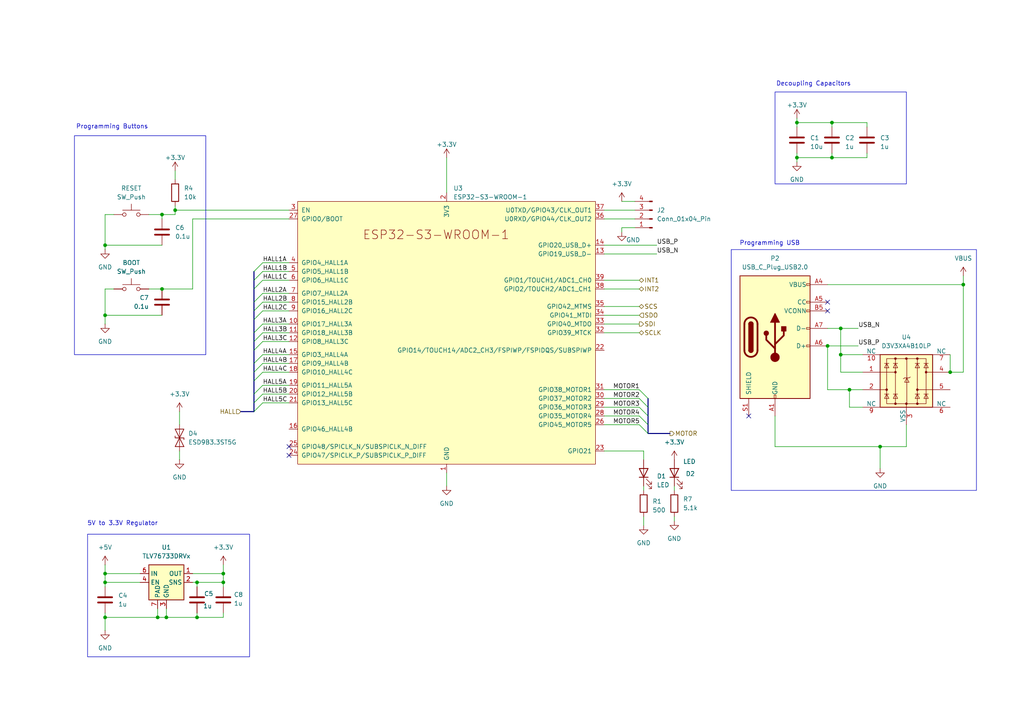
<source format=kicad_sch>
(kicad_sch (version 20231120) (generator "eeschema") (generator_version "8.0")
  (paper "A4")
  (lib_symbols
    (symbol "+3.3V_1" (power) (pin_numbers hide) (pin_names (offset 0) hide)
      (property "Value" "+3.3V" (at 0 3.556 0))
      (symbol "+3.3V_1_0_1"
        (polyline (pts (xy -0.762 1.27) (xy 0 2.54)))
        (polyline (pts (xy 0 0) (xy 0 2.54)))
        (polyline (pts (xy 0 2.54) (xy 0.762 1.27)))
      )
      (symbol "+3.3V_1_1_1"
        (pin power_in line (at 0 0 90) (length 0) (name "~") (number "1"))
      )
    )
    (symbol "Connector:Conn_01x04_Pin" (pin_names (offset 1.016) hide)
      (property "Reference" "J" (at 0 5.08 0))
      (property "Value" "Conn_01x04_Pin" (at 0 -7.62 0))
      (symbol "Conn_01x04_Pin_1_1"
        (polyline (pts (xy 1.27 -5.08) (xy 0.8636 -5.08)) (stroke (width 0.1524)))
        (polyline (pts (xy 1.27 -2.54) (xy 0.8636 -2.54)) (stroke (width 0.1524)))
        (polyline (pts (xy 1.27 0) (xy 0.8636 0)) (stroke (width 0.1524)))
        (polyline (pts (xy 1.27 2.54) (xy 0.8636 2.54)) (stroke (width 0.1524)))
        (rectangle (start 0.8636 -4.953) (end 0 -5.207) (stroke (width 0.1524)) (fill (type outline)))
        (rectangle (start 0.8636 -2.413) (end 0 -2.667) (stroke (width 0.1524)) (fill (type outline)))
        (rectangle (start 0.8636 0.127) (end 0 -0.127) (stroke (width 0.1524)) (fill (type outline)))
        (rectangle (start 0.8636 2.667) (end 0 2.413) (stroke (width 0.1524)) (fill (type outline)))
        (pin passive line (at 5.08 2.54 180) (length 3.81) (name "Pin_1") (number "1"))
        (pin passive line (at 5.08 0 180) (length 3.81) (name "Pin_2") (number "2"))
        (pin passive line (at 5.08 -2.54 180) (length 3.81) (name "Pin_3") (number "3"))
        (pin passive line (at 5.08 -5.08 180) (length 3.81) (name "Pin_4") (number "4"))
      )
    )
    (symbol "Connector:USB_C_Plug_USB2.0" (pin_names (offset 1.016))
      (property "Reference" "P" (at -10.16 19.05 0))
      (property "Value" "USB_C_Plug_USB2.0" (at 12.7 19.05 0))
      (symbol "USB_C_Plug_USB2.0_0_0"
        (rectangle (start -0.254 -17.78) (end 0.254 -16.764))
        (rectangle (start 10.16 -2.286) (end 9.144 -2.794))
        (rectangle (start 10.16 2.794) (end 9.144 2.286))
        (rectangle (start 10.16 7.874) (end 9.144 7.366))
        (rectangle (start 10.16 10.414) (end 9.144 9.906))
        (rectangle (start 10.16 15.494) (end 9.144 14.986))
      )
      (symbol "USB_C_Plug_USB2.0_0_1"
        (rectangle (start -10.16 17.78) (end 10.16 -17.78) (stroke (width 0.254)) (fill (type background)))
        (arc (start -8.89 -3.81) (mid -6.985 -5.7067) (end -5.08 -3.81) (stroke (width 0.508)))
        (arc (start -7.62 -3.81) (mid -6.985 -4.4423) (end -6.35 -3.81) (stroke (width 0.254)))
        (arc (start -7.62 -3.81) (mid -6.985 -4.4423) (end -6.35 -3.81) (stroke (width 0.254)) (fill (type outline)))
        (rectangle (start -7.62 -3.81) (end -6.35 3.81) (stroke (width 0.254)) (fill (type outline)))
        (arc (start -6.35 3.81) (mid -6.985 4.4423) (end -7.62 3.81) (stroke (width 0.254)))
        (arc (start -6.35 3.81) (mid -6.985 4.4423) (end -7.62 3.81) (stroke (width 0.254)) (fill (type outline)))
        (arc (start -5.08 3.81) (mid -6.985 5.7067) (end -8.89 3.81) (stroke (width 0.508)))
        (circle (center -2.54 1.143) (radius 0.635) (stroke (width 0.254)) (fill (type outline)))
        (circle (center 0 -5.842) (radius 1.27) (fill (type outline)))
        (polyline (pts (xy -8.89 -3.81) (xy -8.89 3.81)) (stroke (width 0.508)))
        (polyline (pts (xy -5.08 3.81) (xy -5.08 -3.81)) (stroke (width 0.508)))
        (polyline (pts (xy 0 -5.842) (xy 0 4.318)) (stroke (width 0.508)))
        (polyline (pts (xy 0 -3.302) (xy -2.54 -0.762) (xy -2.54 0.508)) (stroke (width 0.508)))
        (polyline (pts (xy 0 -2.032) (xy 2.54 0.508) (xy 2.54 1.778)) (stroke (width 0.508)))
        (polyline (pts (xy -1.27 4.318) (xy 0 6.858) (xy 1.27 4.318) (xy -1.27 4.318)) (stroke (width 0.254)) (fill (type outline)))
        (rectangle (start 1.905 1.778) (end 3.175 3.048) (stroke (width 0.254)) (fill (type outline)))
      )
      (symbol "USB_C_Plug_USB2.0_1_1"
        (pin passive line (at 0 -22.86 90) (length 5.08) (name "GND") (number "A1"))
        (pin passive line (at 0 -22.86 90) (length 5.08) hide (name "GND") (number "A12"))
        (pin passive line (at 15.24 15.24 180) (length 5.08) (name "VBUS") (number "A4"))
        (pin bidirectional line (at 15.24 10.16 180) (length 5.08) (name "CC") (number "A5"))
        (pin bidirectional line (at 15.24 -2.54 180) (length 5.08) (name "D+") (number "A6"))
        (pin bidirectional line (at 15.24 2.54 180) (length 5.08) (name "D-") (number "A7"))
        (pin passive line (at 15.24 15.24 180) (length 5.08) hide (name "VBUS") (number "A9"))
        (pin passive line (at 0 -22.86 90) (length 5.08) hide (name "GND") (number "B1"))
        (pin passive line (at 0 -22.86 90) (length 5.08) hide (name "GND") (number "B12"))
        (pin passive line (at 15.24 15.24 180) (length 5.08) hide (name "VBUS") (number "B4"))
        (pin bidirectional line (at 15.24 7.62 180) (length 5.08) (name "VCONN") (number "B5"))
        (pin passive line (at 15.24 15.24 180) (length 5.08) hide (name "VBUS") (number "B9"))
        (pin passive line (at -7.62 -22.86 90) (length 5.08) (name "SHIELD") (number "S1"))
      )
    )
    (symbol "Device:C" (pin_numbers hide) (pin_names (offset 0.254))
      (property "Reference" "C" (at 0.635 2.54 0))
      (property "Value" "C" (at 0.635 -2.54 0))
      (symbol "C_0_1"
        (polyline (pts (xy -2.032 -0.762) (xy 2.032 -0.762)) (stroke (width 0.508)))
        (polyline (pts (xy -2.032 0.762) (xy 2.032 0.762)) (stroke (width 0.508)))
      )
      (symbol "C_1_1"
        (pin passive line (at 0 3.81 270) (length 2.794) (name "~") (number "1"))
        (pin passive line (at 0 -3.81 90) (length 2.794) (name "~") (number "2"))
      )
    )
    (symbol "Device:LED" (pin_numbers hide) (pin_names (offset 1.016) hide)
      (property "Reference" "D" (at 0 2.54 0))
      (property "Value" "LED" (at 0 -2.54 0))
      (symbol "LED_0_1"
        (polyline (pts (xy -1.27 -1.27) (xy -1.27 1.27)) (stroke (width 0.254)))
        (polyline (pts (xy -1.27 0) (xy 1.27 0)))
        (polyline (pts (xy 1.27 -1.27) (xy 1.27 1.27) (xy -1.27 0) (xy 1.27 -1.27)) (stroke (width 0.254)))
        (polyline (pts (xy -3.048 -0.762) (xy -4.572 -2.286) (xy -3.81 -2.286) (xy -4.572 -2.286) (xy -4.572 -1.524)))
        (polyline (pts (xy -1.778 -0.762) (xy -3.302 -2.286) (xy -2.54 -2.286) (xy -3.302 -2.286) (xy -3.302 -1.524)))
      )
      (symbol "LED_1_1"
        (pin passive line (at -3.81 0 0) (length 2.54) (name "K") (number "1"))
        (pin passive line (at 3.81 0 180) (length 2.54) (name "A") (number "2"))
      )
    )
    (symbol "Device:R" (pin_numbers hide) (pin_names (offset 0))
      (property "Reference" "R" (at 2.032 0 90))
      (property "Value" "R" (at 0 0 90))
      (symbol "R_0_1"
        (rectangle (start -1.016 -2.54) (end 1.016 2.54) (stroke (width 0.254)))
      )
      (symbol "R_1_1"
        (pin passive line (at 0 3.81 270) (length 1.27) (name "~") (number "1"))
        (pin passive line (at 0 -3.81 90) (length 1.27) (name "~") (number "2"))
      )
    )
    (symbol "Diode:ESD9B3.3ST5G" (pin_numbers hide) (pin_names (offset 1.016) hide)
      (property "Reference" "D" (at 0 2.54 0))
      (property "Value" "ESD9B3.3ST5G" (at 0 -2.54 0))
      (symbol "ESD9B3.3ST5G_0_1"
        (polyline (pts (xy 1.27 0) (xy -1.27 0)))
        (polyline (pts (xy -2.54 -1.27) (xy 0 0) (xy -2.54 1.27) (xy -2.54 -1.27)) (stroke (width 0.2032)))
        (polyline (pts (xy 0.508 1.27) (xy 0 1.27) (xy 0 -1.27) (xy -0.508 -1.27)) (stroke (width 0.2032)))
        (polyline (pts (xy 2.54 1.27) (xy 2.54 -1.27) (xy 0 0) (xy 2.54 1.27)) (stroke (width 0.2032)))
      )
      (symbol "ESD9B3.3ST5G_1_1"
        (pin passive line (at -3.81 0 0) (length 2.54) (name "A1") (number "1"))
        (pin passive line (at 3.81 0 180) (length 2.54) (name "A2") (number "2"))
      )
    )
    (symbol "Espressif:ESP32-S3-WROOM-1" (pin_names (offset 1.016))
      (property "Reference" "U3" (at 1.9559 41.91 0))
      (property "Value" "ESP32-S3-WROOM-1" (at 1.9559 39.37 0))
      (symbol "ESP32-S3-WROOM-1_0_0"
        (text "ESP32-S3-WROOM-1" (at -3.048 28.448 0) (effects (font (size 2.54 2.54))))
        (pin power_in line (at 0 -40.64 90) (length 2.54) (name "GND") (number "1"))
        (pin power_in line (at 0 40.64 270) (length 2.54) (name "3V3") (number "2"))
        (pin bidirectional line (at 45.72 -5.08 180) (length 2.54) (name "GPIO14/TOUCH14/ADC2_CH3/FSPIWP/FSPIDQS/SUBSPIWP") (number "22"))
        (pin bidirectional line (at 45.72 -34.29 180) (length 2.54) (name "GPIO21") (number "23"))
        (pin bidirectional line (at -45.72 -35.56 0) (length 2.54) (name "GPIO47/SPICLK_P/SUBSPICLK_P_DIFF") (number "24"))
        (pin bidirectional line (at -45.72 -33.02 0) (length 2.54) (name "GPIO48/SPICLK_N/SUBSPICLK_N_DIFF") (number "25"))
        (pin bidirectional line (at -45.72 33.02 0) (length 2.54) (name "GPIO0/BOOT") (number "27"))
        (pin input line (at -45.72 35.56 0) (length 2.54) (name "EN") (number "3"))
        (pin bidirectional line (at 45.72 33.02 180) (length 2.54) (name "U0RXD/GPIO44/CLK_OUT2") (number "36"))
        (pin bidirectional line (at 45.72 35.56 180) (length 2.54) (name "U0TXD/GPIO43/CLK_OUT1") (number "37"))
        (pin bidirectional line (at 45.72 12.7 180) (length 2.54) (name "GPIO2/TOUCH2/ADC1_CH1") (number "38"))
        (pin bidirectional line (at 45.72 15.24 180) (length 2.54) (name "GPIO1/TOUCH1/ADC1_CH0") (number "39"))
        (pin passive line (at 0 -40.64 90) (length 2.54) hide (name "GND") (number "40"))
        (pin passive line (at 0 -40.64 90) (length 2.54) hide (name "GND") (number "41"))
      )
      (symbol "ESP32-S3-WROOM-1_0_1"
        (rectangle (start -43.18 38.1) (end 43.18 -38.1) (fill (type background)))
      )
      (symbol "ESP32-S3-WROOM-1_1_0"
        (pin bidirectional line (at -45.72 2.54 0) (length 2.54) (name "GPIO17_HALL3A") (number "10"))
        (pin bidirectional line (at -45.72 0 0) (length 2.54) (name "GPIO18_HALL3B") (number "11"))
        (pin bidirectional line (at -45.72 -2.54 0) (length 2.54) (name "GPIO8_HALL3C") (number "12"))
        (pin bidirectional line (at 45.72 22.86 180) (length 2.54) (name "GPIO19_USB_D-") (number "13"))
        (pin bidirectional line (at 45.72 25.4 180) (length 2.54) (name "GPIO20_USB_D+") (number "14"))
        (pin bidirectional line (at -45.72 -6.35 0) (length 2.54) (name "GPIO3_HALL4A") (number "15"))
        (pin bidirectional line (at -45.72 -27.94 0) (length 2.54) (name "GPIO46_HALL4B") (number "16"))
        (pin bidirectional line (at -45.72 -8.89 0) (length 2.54) (name "GPIO9_HALL4B") (number "17"))
        (pin bidirectional line (at -45.72 -11.43 0) (length 2.54) (name "GPIO10_HALL4C") (number "18"))
        (pin bidirectional line (at -45.72 -15.24 0) (length 2.54) (name "GPIO11_HALL5A") (number "19"))
        (pin bidirectional line (at -45.72 -17.78 0) (length 2.54) (name "GPIO12_HALL5B") (number "20"))
        (pin bidirectional line (at -45.72 -20.32 0) (length 2.54) (name "GPIO13_HALL5C") (number "21"))
        (pin bidirectional line (at 45.72 -26.67 180) (length 2.54) (name "GPIO45_MOTOR5") (number "26"))
        (pin bidirectional line (at 45.72 -24.13 180) (length 2.54) (name "GPIO35_MOTOR4") (number "28"))
        (pin bidirectional line (at 45.72 -21.59 180) (length 2.54) (name "GPIO36_MOTOR3") (number "29"))
        (pin bidirectional line (at 45.72 -19.05 180) (length 2.54) (name "GPIO37_MOTOR2") (number "30"))
        (pin bidirectional line (at 45.72 -16.51 180) (length 2.54) (name "GPIO38_MOTOR1") (number "31"))
        (pin bidirectional line (at 45.72 0 180) (length 2.54) (name "GPIO39_MTCK") (number "32"))
        (pin bidirectional line (at 45.72 2.54 180) (length 2.54) (name "GPIO40_MTDO") (number "33"))
        (pin bidirectional line (at 45.72 5.08 180) (length 2.54) (name "GPIO41_MTDI") (number "34"))
        (pin bidirectional line (at 45.72 7.62 180) (length 2.54) (name "GPIO42_MTMS") (number "35"))
        (pin bidirectional line (at -45.72 20.32 0) (length 2.54) (name "GPIO4_HALL1A") (number "4"))
        (pin bidirectional line (at -45.72 17.78 0) (length 2.54) (name "GPIO5_HALL1B") (number "5"))
        (pin bidirectional line (at -45.72 15.24 0) (length 2.54) (name "GPIO6_HALL1C") (number "6"))
        (pin bidirectional line (at -45.72 11.43 0) (length 2.54) (name "GPIO7_HALL2A") (number "7"))
        (pin bidirectional line (at -45.72 8.89 0) (length 2.54) (name "GPIO15_HALL2B") (number "8"))
        (pin bidirectional line (at -45.72 6.35 0) (length 2.54) (name "GPIO16_HALL2C") (number "9"))
      )
    )
    (symbol "GND_1" (power) (pin_numbers hide) (pin_names (offset 0) hide)
      (property "Value" "GND" (at 0 -3.81 0))
      (symbol "GND_1_0_1"
        (polyline (pts (xy 0 0) (xy 0 -1.27) (xy 1.27 -1.27) (xy 0 -2.54) (xy -1.27 -1.27) (xy 0 -1.27)))
      )
      (symbol "GND_1_1_1"
        (pin power_in line (at 0 0 270) (length 0) (name "~") (number "1"))
      )
    )
    (symbol "Power_Protection:D3V3XA4B10LP" (pin_names (offset 0))
      (property "Reference" "U" (at -0.635 8.89 0))
      (property "Value" "D3V3XA4B10LP" (at 8.89 -10.16 0))
      (symbol "D3V3XA4B10LP_0_0"
        (rectangle (start -5.715 6.477) (end 5.715 -6.604))
        (polyline (pts (xy -3.175 -6.604) (xy -3.175 6.477)))
        (polyline (pts (xy 0.127 6.477) (xy 0.127 -6.604)))
        (polyline (pts (xy 3.175 6.477) (xy 3.175 -6.604)))
      )
      (symbol "D3V3XA4B10LP_0_1"
        (rectangle (start -7.62 7.62) (end 7.62 -7.62) (stroke (width 0.254)) (fill (type background)))
        (circle (center -5.715 -2.54) (radius 0.2794) (fill (type outline)))
        (circle (center -3.175 -6.604) (radius 0.2794) (fill (type outline)))
        (circle (center -3.175 2.54) (radius 0.2794) (fill (type outline)))
        (circle (center -3.175 6.477) (radius 0.2794) (fill (type outline)))
        (circle (center 0 -6.604) (radius 0.2794) (fill (type outline)))
        (polyline (pts (xy -7.747 2.54) (xy -3.175 2.54)))
        (polyline (pts (xy -7.62 -2.54) (xy -5.715 -2.54)))
        (polyline (pts (xy -5.08 -3.81) (xy -6.35 -3.81)))
        (polyline (pts (xy -5.08 5.08) (xy -6.35 5.08)))
        (polyline (pts (xy -2.54 -3.81) (xy -3.81 -3.81)))
        (polyline (pts (xy -2.54 5.08) (xy -3.81 5.08)))
        (polyline (pts (xy -0.508 0.889) (xy -0.889 0.635)))
        (polyline (pts (xy 0 -6.604) (xy 0 -7.62)))
        (polyline (pts (xy 0.762 0.889) (xy -0.508 0.889)))
        (polyline (pts (xy 0.762 0.889) (xy 1.143 1.143)))
        (polyline (pts (xy 3.81 -3.81) (xy 2.54 -3.81)))
        (polyline (pts (xy 3.81 5.08) (xy 2.54 5.08)))
        (polyline (pts (xy 6.35 -3.81) (xy 5.08 -3.81)))
        (polyline (pts (xy 6.35 5.08) (xy 5.08 5.08)))
        (polyline (pts (xy 7.62 -2.54) (xy 3.175 -2.54)))
        (polyline (pts (xy 7.62 2.54) (xy 5.715 2.54)))
        (polyline (pts (xy -5.08 -5.08) (xy -6.35 -5.08) (xy -5.715 -3.81) (xy -5.08 -5.08)))
        (polyline (pts (xy -5.08 3.81) (xy -6.35 3.81) (xy -5.715 5.08) (xy -5.08 3.81)))
        (polyline (pts (xy -2.54 -5.08) (xy -3.81 -5.08) (xy -3.175 -3.81) (xy -2.54 -5.08)))
        (polyline (pts (xy -2.54 3.81) (xy -3.81 3.81) (xy -3.175 5.08) (xy -2.54 3.81)))
        (polyline (pts (xy 0.762 -0.381) (xy -0.508 -0.381) (xy 0.127 0.889) (xy 0.762 -0.381)))
        (polyline (pts (xy 3.81 -5.08) (xy 2.54 -5.08) (xy 3.175 -3.81) (xy 3.81 -5.08)))
        (polyline (pts (xy 3.81 3.81) (xy 2.54 3.81) (xy 3.175 5.08) (xy 3.81 3.81)))
        (polyline (pts (xy 6.35 -5.08) (xy 5.08 -5.08) (xy 5.715 -3.81) (xy 6.35 -5.08)))
        (polyline (pts (xy 6.35 3.81) (xy 5.08 3.81) (xy 5.715 5.08) (xy 6.35 3.81)))
        (circle (center 0 6.477) (radius 0.2794) (fill (type outline)))
        (circle (center 3.175 -6.604) (radius 0.2794) (fill (type outline)))
        (circle (center 3.175 -2.54) (radius 0.2794) (fill (type outline)))
        (circle (center 3.175 6.477) (radius 0.2794) (fill (type outline)))
        (circle (center 5.715 2.54) (radius 0.2794) (fill (type outline)))
      )
      (symbol "D3V3XA4B10LP_1_1"
        (pin passive line (at -12.7 2.54 0) (length 5.08) (name "~") (number "1"))
        (pin free line (at -12.7 7.62 0) (length 5.08) (name "NC") (number "10"))
        (pin passive line (at -12.7 -2.54 0) (length 5.08) (name "~") (number "2"))
        (pin power_in line (at 0 -12.7 90) (length 5.08) (name "VSS") (number "3"))
        (pin passive line (at 12.7 2.54 180) (length 5.08) (name "~") (number "4"))
        (pin passive line (at 12.7 -2.54 180) (length 5.08) (name "~") (number "5"))
        (pin free line (at 12.7 -7.62 180) (length 5.08) (name "NC") (number "6"))
        (pin free line (at 12.7 7.62 180) (length 5.08) (name "NC") (number "7"))
        (pin passive line (at 0 -12.7 90) (length 5.08) hide (name "VSS") (number "8"))
        (pin free line (at -12.7 -7.62 0) (length 5.08) (name "NC") (number "9"))
      )
    )
    (symbol "Regulator_Linear:TLV76733DRVx"
      (property "Reference" "U" (at 0 8.89 0))
      (property "Value" "TLV76733DRVx" (at 0 6.35 0))
      (symbol "TLV76733DRVx_0_1"
        (rectangle (start -5.08 -5.08) (end 5.08 5.08) (stroke (width 0.254)) (fill (type background)))
      )
      (symbol "TLV76733DRVx_1_1"
        (pin power_out line (at 7.62 2.54 180) (length 2.54) (name "OUT") (number "1"))
        (pin input line (at 7.62 0 180) (length 2.54) (name "SNS") (number "2"))
        (pin power_in line (at 0 -7.62 90) (length 2.54) (name "GND") (number "3"))
        (pin input line (at -7.62 0 0) (length 2.54) (name "EN") (number "4"))
        (pin passive line (at 0 -7.62 90) (length 2.54) hide (name "GND") (number "5"))
        (pin power_in line (at -7.62 2.54 0) (length 2.54) (name "IN") (number "6"))
        (pin passive line (at -2.54 -7.62 90) (length 2.54) (name "PAD") (number "7"))
      )
    )
    (symbol "Switch:SW_Push" (pin_numbers hide) (pin_names (offset 1.016) hide)
      (property "Reference" "SW" (at 1.27 2.54 0))
      (property "Value" "SW_Push" (at 0 -1.524 0))
      (symbol "SW_Push_0_1"
        (circle (center -2.032 0) (radius 0.508))
        (polyline (pts (xy 0 1.27) (xy 0 3.048)))
        (polyline (pts (xy 2.54 1.27) (xy -2.54 1.27)))
        (circle (center 2.032 0) (radius 0.508))
        (pin passive line (at -5.08 0 0) (length 2.54) (name "1") (number "1"))
        (pin passive line (at 5.08 0 180) (length 2.54) (name "2") (number "2"))
      )
    )
    (symbol "power:+3.3V" (power) (pin_names (offset 0))
      (property "Value" "+3.3V" (at 0 3.556 0))
      (symbol "+3.3V_0_1"
        (polyline (pts (xy -0.762 1.27) (xy 0 2.54)))
        (polyline (pts (xy 0 0) (xy 0 2.54)))
        (polyline (pts (xy 0 2.54) (xy 0.762 1.27)))
      )
      (symbol "+3.3V_1_1"
        (pin power_in line (at 0 0 90) (length 0) hide (name "+3.3V") (number "1"))
      )
    )
    (symbol "power:+5V" (power) (pin_numbers hide) (pin_names (offset 0) hide)
      (property "Value" "+5V" (at 0 3.556 0))
      (symbol "+5V_0_1"
        (polyline (pts (xy -0.762 1.27) (xy 0 2.54)))
        (polyline (pts (xy 0 0) (xy 0 2.54)))
        (polyline (pts (xy 0 2.54) (xy 0.762 1.27)))
      )
      (symbol "+5V_1_1"
        (pin power_in line (at 0 0 90) (length 0) (name "~") (number "1"))
      )
    )
    (symbol "power:GND" (power) (pin_names (offset 0))
      (property "Value" "GND" (at 0 -3.81 0))
      (symbol "GND_0_1"
        (polyline (pts (xy 0 0) (xy 0 -1.27) (xy 1.27 -1.27) (xy 0 -2.54) (xy -1.27 -1.27) (xy 0 -1.27)))
      )
      (symbol "GND_1_1"
        (pin power_in line (at 0 0 270) (length 0) hide (name "GND") (number "1"))
      )
    )
  )
  (junction (at 279.4 82.55))
  (junction (at 231.14 45.72))
  (junction (at 64.77 168.91))
  (junction (at 275.59 107.95))
  (junction (at 64.77 166.37))
  (junction (at 231.14 35.56))
  (junction (at 30.48 71.12))
  (junction (at 246.38 113.03))
  (junction (at 30.48 166.37))
  (junction (at 45.72 179.07))
  (junction (at 46.99 83.82))
  (junction (at 30.48 179.07))
  (junction (at 30.48 168.91))
  (junction (at 46.99 62.23))
  (junction (at 50.8 60.96))
  (junction (at 240.03 100.33))
  (junction (at 48.26 179.07))
  (junction (at 241.3 35.56))
  (junction (at 243.84 102.87))
  (junction (at 30.48 91.44))
  (junction (at 241.3 45.72))
  (junction (at 255.27 129.54))
  (junction (at 57.15 179.07))
  (junction (at 243.84 95.25))
  (junction (at 57.15 168.91))
  (no_connect (at 240.03 87.63))
  (no_connect (at 240.03 90.17))
  (no_connect (at 83.82 129.54))
  (no_connect (at 83.82 132.08))
  (no_connect (at 217.17 120.65))
  (bus_entry (at 76.2 116.84) (size -2.54 2.54))
  (bus_entry (at 185.42 113.03) (size 2.54 2.54))
  (bus_entry (at 76.2 78.74) (size -2.54 2.54))
  (bus_entry (at 76.2 93.98) (size -2.54 2.54))
  (bus_entry (at 185.42 115.57) (size 2.54 2.54))
  (bus_entry (at 76.2 102.87) (size -2.54 2.54))
  (bus_entry (at 76.2 85.09) (size -2.54 2.54))
  (bus_entry (at 76.2 99.06) (size -2.54 2.54))
  (bus_entry (at 76.2 76.2) (size -2.54 2.54))
  (bus_entry (at 76.2 114.3) (size -2.54 2.54))
  (bus_entry (at 76.2 87.63) (size -2.54 2.54))
  (bus_entry (at 76.2 81.28) (size -2.54 2.54))
  (bus_entry (at 185.42 123.19) (size 2.54 2.54))
  (bus_entry (at 76.2 111.76) (size -2.54 2.54))
  (bus_entry (at 76.2 90.17) (size -2.54 2.54))
  (bus_entry (at 76.2 96.52) (size -2.54 2.54))
  (bus_entry (at 185.42 120.65) (size 2.54 2.54))
  (bus_entry (at 76.2 105.41) (size -2.54 2.54))
  (bus_entry (at 185.42 118.11) (size 2.54 2.54))
  (bus_entry (at 76.2 107.95) (size -2.54 2.54))
  (bus (pts (xy 73.66 114.3) (xy 73.66 116.84)))
  (bus (pts (xy 73.66 99.06) (xy 73.66 101.6)))
  (wire (pts (xy 175.26 60.96) (xy 184.15 60.96)))
  (wire (pts (xy 30.48 166.37) (xy 40.64 166.37)))
  (wire (pts (xy 64.77 163.83) (xy 64.77 166.37)))
  (bus (pts (xy 73.66 92.71) (xy 73.66 96.52)))
  (wire (pts (xy 241.3 44.45) (xy 241.3 45.72)))
  (wire (pts (xy 231.14 45.72) (xy 241.3 45.72)))
  (wire (pts (xy 186.69 149.86) (xy 186.69 152.4)))
  (wire (pts (xy 246.38 113.03) (xy 246.38 118.11)))
  (bus (pts (xy 73.66 110.49) (xy 73.66 114.3)))
  (wire (pts (xy 175.26 120.65) (xy 185.42 120.65)))
  (bus (pts (xy 73.66 90.17) (xy 73.66 92.71)))
  (wire (pts (xy 76.2 85.09) (xy 83.82 85.09)))
  (bus (pts (xy 73.66 78.74) (xy 73.66 81.28)))
  (wire (pts (xy 243.84 102.87) (xy 243.84 107.95)))
  (wire (pts (xy 175.26 91.44) (xy 185.42 91.44)))
  (wire (pts (xy 48.26 176.53) (xy 48.26 179.07)))
  (wire (pts (xy 76.2 93.98) (xy 83.82 93.98)))
  (wire (pts (xy 50.8 60.96) (xy 50.8 62.23)))
  (wire (pts (xy 175.26 93.98) (xy 185.42 93.98)))
  (bus (pts (xy 73.66 81.28) (xy 73.66 83.82)))
  (wire (pts (xy 30.48 83.82) (xy 33.02 83.82)))
  (wire (pts (xy 55.88 63.5) (xy 83.82 63.5)))
  (wire (pts (xy 240.03 100.33) (xy 240.03 113.03)))
  (wire (pts (xy 175.26 96.52) (xy 185.42 96.52)))
  (wire (pts (xy 240.03 113.03) (xy 246.38 113.03)))
  (wire (pts (xy 76.2 81.28) (xy 83.82 81.28)))
  (wire (pts (xy 231.14 35.56) (xy 241.3 35.56)))
  (wire (pts (xy 57.15 170.18) (xy 57.15 168.91)))
  (wire (pts (xy 224.79 129.54) (xy 255.27 129.54)))
  (wire (pts (xy 175.26 118.11) (xy 185.42 118.11)))
  (wire (pts (xy 275.59 107.95) (xy 279.4 107.95)))
  (wire (pts (xy 30.48 168.91) (xy 30.48 166.37)))
  (bus (pts (xy 187.96 118.11) (xy 187.96 120.65)))
  (wire (pts (xy 30.48 170.18) (xy 30.48 168.91)))
  (wire (pts (xy 76.2 114.3) (xy 83.82 114.3)))
  (bus (pts (xy 187.96 123.19) (xy 187.96 125.73)))
  (wire (pts (xy 57.15 179.07) (xy 64.77 179.07)))
  (wire (pts (xy 279.4 80.01) (xy 279.4 82.55)))
  (wire (pts (xy 30.48 177.8) (xy 30.48 179.07)))
  (wire (pts (xy 175.26 123.19) (xy 185.42 123.19)))
  (wire (pts (xy 243.84 102.87) (xy 250.19 102.87)))
  (bus (pts (xy 73.66 87.63) (xy 73.66 90.17)))
  (wire (pts (xy 43.18 62.23) (xy 46.99 62.23)))
  (wire (pts (xy 243.84 107.95) (xy 250.19 107.95)))
  (wire (pts (xy 46.99 62.23) (xy 50.8 62.23)))
  (wire (pts (xy 129.54 45.72) (xy 129.54 55.88)))
  (wire (pts (xy 30.48 62.23) (xy 30.48 71.12)))
  (wire (pts (xy 57.15 179.07) (xy 48.26 179.07)))
  (wire (pts (xy 50.8 59.69) (xy 50.8 60.96)))
  (wire (pts (xy 76.2 105.41) (xy 83.82 105.41)))
  (wire (pts (xy 275.59 102.87) (xy 275.59 107.95)))
  (wire (pts (xy 30.48 166.37) (xy 30.48 163.83)))
  (wire (pts (xy 195.58 140.97) (xy 195.58 142.24)))
  (wire (pts (xy 64.77 166.37) (xy 64.77 168.91)))
  (wire (pts (xy 30.48 182.88) (xy 30.48 179.07)))
  (wire (pts (xy 195.58 149.86) (xy 195.58 151.13)))
  (wire (pts (xy 64.77 179.07) (xy 64.77 177.8)))
  (wire (pts (xy 279.4 107.95) (xy 279.4 82.55)))
  (wire (pts (xy 50.8 49.53) (xy 50.8 52.07)))
  (wire (pts (xy 262.89 129.54) (xy 255.27 129.54)))
  (wire (pts (xy 231.14 34.29) (xy 231.14 35.56)))
  (wire (pts (xy 76.2 102.87) (xy 83.82 102.87)))
  (wire (pts (xy 243.84 95.25) (xy 248.92 95.25)))
  (wire (pts (xy 76.2 111.76) (xy 83.82 111.76)))
  (wire (pts (xy 76.2 107.95) (xy 83.82 107.95)))
  (wire (pts (xy 246.38 113.03) (xy 250.19 113.03)))
  (wire (pts (xy 184.15 66.04) (xy 180.34 66.04)))
  (wire (pts (xy 186.69 140.97) (xy 186.69 142.24)))
  (wire (pts (xy 76.2 116.84) (xy 83.82 116.84)))
  (wire (pts (xy 129.54 137.16) (xy 129.54 140.97)))
  (wire (pts (xy 45.72 179.07) (xy 48.26 179.07)))
  (bus (pts (xy 73.66 116.84) (xy 73.66 119.38)))
  (wire (pts (xy 241.3 45.72) (xy 251.46 45.72)))
  (wire (pts (xy 186.69 130.81) (xy 186.69 133.35)))
  (wire (pts (xy 231.14 35.56) (xy 231.14 36.83)))
  (wire (pts (xy 243.84 95.25) (xy 243.84 102.87)))
  (wire (pts (xy 55.88 166.37) (xy 64.77 166.37)))
  (wire (pts (xy 30.48 179.07) (xy 45.72 179.07)))
  (wire (pts (xy 251.46 35.56) (xy 251.46 36.83)))
  (wire (pts (xy 180.34 66.04) (xy 180.34 67.31)))
  (wire (pts (xy 30.48 83.82) (xy 30.48 91.44)))
  (bus (pts (xy 73.66 96.52) (xy 73.66 99.06)))
  (wire (pts (xy 262.89 123.19) (xy 262.89 129.54)))
  (wire (pts (xy 55.88 83.82) (xy 55.88 63.5)))
  (wire (pts (xy 240.03 95.25) (xy 243.84 95.25)))
  (wire (pts (xy 175.26 113.03) (xy 185.42 113.03)))
  (wire (pts (xy 52.07 119.38) (xy 52.07 123.19)))
  (wire (pts (xy 55.88 168.91) (xy 57.15 168.91)))
  (wire (pts (xy 52.07 130.81) (xy 52.07 133.35)))
  (bus (pts (xy 73.66 107.95) (xy 73.66 110.49)))
  (wire (pts (xy 30.48 168.91) (xy 40.64 168.91)))
  (wire (pts (xy 240.03 100.33) (xy 248.92 100.33)))
  (bus (pts (xy 187.96 125.73) (xy 194.31 125.73)))
  (wire (pts (xy 241.3 35.56) (xy 241.3 36.83)))
  (bus (pts (xy 187.96 115.57) (xy 187.96 118.11)))
  (wire (pts (xy 57.15 179.07) (xy 57.15 177.8)))
  (bus (pts (xy 69.85 119.38) (xy 73.66 119.38)))
  (wire (pts (xy 175.26 73.66) (xy 190.5 73.66)))
  (wire (pts (xy 241.3 35.56) (xy 251.46 35.56)))
  (bus (pts (xy 187.96 120.65) (xy 187.96 123.19)))
  (bus (pts (xy 73.66 105.41) (xy 73.66 107.95)))
  (wire (pts (xy 251.46 44.45) (xy 251.46 45.72)))
  (wire (pts (xy 45.72 176.53) (xy 45.72 179.07)))
  (wire (pts (xy 76.2 90.17) (xy 83.82 90.17)))
  (wire (pts (xy 231.14 46.99) (xy 231.14 45.72)))
  (wire (pts (xy 64.77 170.18) (xy 64.77 168.91)))
  (bus (pts (xy 73.66 101.6) (xy 73.66 105.41)))
  (wire (pts (xy 76.2 78.74) (xy 83.82 78.74)))
  (wire (pts (xy 50.8 60.96) (xy 83.82 60.96)))
  (wire (pts (xy 30.48 72.39) (xy 30.48 71.12)))
  (wire (pts (xy 175.26 83.82) (xy 185.42 83.82)))
  (wire (pts (xy 76.2 76.2) (xy 83.82 76.2)))
  (wire (pts (xy 30.48 71.12) (xy 46.99 71.12)))
  (wire (pts (xy 231.14 44.45) (xy 231.14 45.72)))
  (wire (pts (xy 46.99 83.82) (xy 43.18 83.82)))
  (wire (pts (xy 255.27 129.54) (xy 255.27 135.89)))
  (wire (pts (xy 240.03 82.55) (xy 279.4 82.55)))
  (bus (pts (xy 73.66 83.82) (xy 73.66 87.63)))
  (wire (pts (xy 46.99 62.23) (xy 46.99 63.5)))
  (wire (pts (xy 246.38 118.11) (xy 250.19 118.11)))
  (wire (pts (xy 30.48 62.23) (xy 33.02 62.23)))
  (wire (pts (xy 76.2 96.52) (xy 83.82 96.52)))
  (wire (pts (xy 57.15 168.91) (xy 64.77 168.91)))
  (wire (pts (xy 46.99 83.82) (xy 55.88 83.82)))
  (wire (pts (xy 30.48 91.44) (xy 30.48 93.98)))
  (wire (pts (xy 175.26 81.28) (xy 185.42 81.28)))
  (wire (pts (xy 30.48 91.44) (xy 46.99 91.44)))
  (wire (pts (xy 175.26 115.57) (xy 185.42 115.57)))
  (wire (pts (xy 76.2 99.06) (xy 83.82 99.06)))
  (wire (pts (xy 175.26 71.12) (xy 190.5 71.12)))
  (wire (pts (xy 180.34 58.42) (xy 184.15 58.42)))
  (wire (pts (xy 224.79 120.65) (xy 224.79 129.54)))
  (wire (pts (xy 175.26 88.9) (xy 185.42 88.9)))
  (wire (pts (xy 175.26 130.81) (xy 186.69 130.81)))
  (wire (pts (xy 76.2 87.63) (xy 83.82 87.63)))
  (wire (pts (xy 175.26 63.5) (xy 184.15 63.5)))
  (rectangle (start 21.59 39.37) (end 59.69 102.87))
  (rectangle (start 212.09 72.39) (end 283.21 142.24))
  (rectangle (start 224.79 26.67) (end 262.89 53.34))
  (rectangle (start 25.4 154.94) (end 72.39 190.5))
  (text "Programming Buttons" (at 32.512 36.83 0) (effects (font (size 1.27 1.27))))
  (text "5V to 3.3V Regulator" (at 35.56 151.892 0) (effects (font (size 1.27 1.27))))
  (text "Decoupling Capacitors\n" (at 235.966 24.384 0) (effects (font (size 1.27 1.27))))
  (text "Programming USB" (at 223.266 70.612 0) (effects (font (size 1.27 1.27))))
  (label "HALL4B" (at 76.2 105.41 0))
  (label "HALL2C" (at 76.2 90.17 0))
  (label "USB_P" (at 190.5 71.12 0))
  (label "MOTOR3" (at 177.8 118.11 0))
  (label "HALL3B" (at 76.2 96.52 0))
  (label "HALL5B" (at 76.2 114.3 0))
  (label "HALL3A" (at 76.2 93.98 0))
  (label "HALL3C" (at 76.2 99.06 0))
  (label "HALL2A" (at 76.2 85.09 0))
  (label "HALL4C" (at 76.2 107.95 0))
  (label "USB_N" (at 248.92 95.25 0))
  (label "MOTOR5" (at 177.8 123.19 0))
  (label "HALL2B" (at 76.2 87.63 0))
  (label "MOTOR1" (at 177.8 113.03 0))
  (label "HALL1C" (at 76.2 81.28 0))
  (label "HALL4A" (at 76.2 102.87 0))
  (label "HALL1A" (at 76.2 76.2 0))
  (label "HALL5C" (at 76.2 116.84 0))
  (label "USB_P" (at 248.92 100.33 0))
  (label "USB_N" (at 190.5 73.66 0))
  (label "HALL5A" (at 76.2 111.76 0))
  (label "MOTOR4" (at 177.8 120.65 0))
  (label "MOTOR2" (at 177.8 115.57 0))
  (label "HALL1B" (at 76.2 78.74 0))
  (hierarchical_label "MOTOR" (shape output) (at 194.31 125.73 0))
  (hierarchical_label "SDO" (shape input) (at 185.42 91.44 0))
  (hierarchical_label "INT2" (shape bidirectional) (at 185.42 83.82 0))
  (hierarchical_label "HALL" (shape input) (at 69.85 119.38 180))
  (hierarchical_label "INT1" (shape bidirectional) (at 185.42 81.28 0))
  (hierarchical_label "SDI" (shape output) (at 185.42 93.98 0))
  (hierarchical_label "SCS" (shape bidirectional) (at 185.42 88.9 0))
  (hierarchical_label "SCLK" (shape bidirectional) (at 185.42 96.52 0))
  (symbol (lib_id "Regulator_Linear:TLV76733DRVx") (at 48.26 168.91 0) (unit 1)
    (property "Reference" "U1" (at 48.26 158.75 0))
    (property "Value" "TLV76733DRVx" (at 48.26 161.29 0))
    (property "Footprint" "Package_SON:WSON-6-1EP_2x2mm_P0.65mm_EP1x1.6mm_ThermalVias" (effects (hide yes)))
    (property "Datasheet" "www.ti.com/lit/gpn/TLV767" (effects (hide yes)))
  )
  (symbol (lib_id "Device:R") (at 50.8 55.88 0) (unit 1)
    (property "Reference" "R4" (at 53.34 54.6099 0) (effects (justify left)))
    (property "Value" "10k" (at 53.34 57.1499 0) (effects (justify left)))
    (property "Description" "Resistor" (effects (hide yes)))
  )
  (symbol (lib_name "GND_1") (lib_id "power:GND") (at 30.48 72.39 0) (unit 1)
    (property "Reference" "#PWR010" (effects (hide yes)))
    (property "Value" "GND" (at 30.48 77.47 0))
    (property "Description" "Power symbol creates a global label with name \"GND\" , ground" (effects (hide yes)))
  )
  (symbol (lib_id "Diode:ESD9B3.3ST5G") (at 52.07 127 90) (unit 1)
    (property "Reference" "D4" (at 54.61 125.7299 90) (effects (justify right)))
    (property "Value" "ESD9B3.3ST5G" (at 54.61 128.2699 90) (effects (justify right)))
    (property "Footprint" "Diode_SMD:D_SOD-923" (effects (hide yes)))
    (property "Datasheet" "https://www.onsemi.com/pub/Collateral/ESD9B-D.PDF" (effects (hide yes)))
    (property "Description" "ESD protection diode, 3.3Vrwm, SOD-923" (effects (hide yes)))
  )
  (symbol (lib_name "GND_1") (lib_id "power:GND") (at 30.48 182.88 0) (unit 1)
    (property "Reference" "#PWR013" (effects (hide yes)))
    (property "Value" "GND" (at 30.48 187.96 0))
    (property "Description" "Power symbol creates a global label with name \"GND\" , ground" (effects (hide yes)))
  )
  (symbol (lib_id "power:GND") (at 195.58 151.13 0) (unit 1)
    (property "Reference" "#PWR023" (effects (hide yes)))
    (property "Value" "GND" (at 195.58 156.21 0))
  )
  (symbol (lib_id "power:GND") (at 255.27 135.89 0) (unit 1)
    (property "Reference" "#PWR012" (effects (hide yes)))
    (property "Value" "GND" (at 255.27 140.97 0))
  )
  (symbol (lib_id "Device:C") (at 241.3 40.64 0) (unit 1)
    (property "Reference" "C2" (at 245.11 40.005 0) (effects (justify left)))
    (property "Value" "1u" (at 245.11 42.545 0) (effects (justify left)))
  )
  (symbol (lib_id "Device:R") (at 195.58 146.05 0) (unit 1)
    (property "Reference" "R7" (at 198.12 144.7799 0) (effects (justify left)))
    (property "Value" "5.1k" (at 198.12 147.3199 0) (effects (justify left)))
    (property "Description" "Resistor" (effects (hide yes)))
  )
  (symbol (lib_id "Device:C") (at 46.99 87.63 0) (mirror y) (unit 1)
    (property "Reference" "C7" (at 43.18 86.3599 0) (effects (justify left)))
    (property "Value" "0.1u" (at 43.18 88.8999 0) (effects (justify left)))
    (property "Description" "Unpolarized capacitor" (effects (hide yes)))
  )
  (symbol (lib_name "+3.3V_1") (lib_id "power:+3.3V") (at 195.58 133.35 0) (unit 1)
    (property "Reference" "#PWR022" (effects (hide yes)))
    (property "Value" "+3.3V" (at 195.58 128.27 0))
    (property "Description" "Power symbol creates a global label with name \"+3.3V\"" (effects (hide yes)))
  )
  (symbol (lib_id "Device:C") (at 251.46 40.64 0) (unit 1)
    (property "Reference" "C3" (at 255.27 40.005 0) (effects (justify left)))
    (property "Value" "1u" (at 255.27 42.545 0) (effects (justify left)))
  )
  (symbol (lib_id "Device:C") (at 231.14 40.64 0) (unit 1)
    (property "Reference" "C1" (at 234.95 40.005 0) (effects (justify left)))
    (property "Value" "10u" (at 234.95 42.545 0) (effects (justify left)))
  )
  (symbol (lib_id "power:+3.3V") (at 50.8 49.53 0) (unit 1)
    (property "Reference" "#PWR05" (effects (hide yes)))
    (property "Value" "+3.3V" (at 50.8 45.72 0))
  )
  (symbol (lib_id "Switch:SW_Push") (at 38.1 83.82 0) (mirror y) (unit 1)
    (property "Reference" "BOOT" (at 38.1 76.2 0))
    (property "Value" "SW_Push" (at 38.1 78.74 0))
    (property "Description" "Push button switch, generic, two pins" (effects (hide yes)))
  )
  (symbol (lib_id "Device:C") (at 46.99 67.31 0) (unit 1)
    (property "Reference" "C6" (at 50.8 66.0399 0) (effects (justify left)))
    (property "Value" "0.1u" (at 50.8 68.5799 0) (effects (justify left)))
    (property "Description" "Unpolarized capacitor" (effects (hide yes)))
  )
  (symbol (lib_id "power:+3.3V") (at 52.07 119.38 0) (unit 1)
    (property "Reference" "#PWR029" (effects (hide yes)))
    (property "Value" "+3.3V" (at 52.07 114.3 0))
    (property "Description" "Power symbol creates a global label with name \"+3.3V\"" (effects (hide yes)))
  )
  (symbol (lib_id "Device:C") (at 57.15 173.99 0) (unit 1)
    (property "Reference" "C5" (at 59.182 172.212 0) (effects (justify left)))
    (property "Value" "1u" (at 58.928 175.768 0) (effects (justify left)))
    (property "Description" "Unpolarized capacitor" (effects (hide yes)))
  )
  (symbol (lib_id "Connector:USB_C_Plug_USB2.0") (at 224.79 97.79 0) (unit 1)
    (property "Reference" "P2" (at 224.79 74.93 0))
    (property "Value" "USB_C_Plug_USB2.0" (at 224.79 77.47 0))
    (property "Datasheet" "https://www.usb.org/sites/default/files/documents/usb_type-c.zip" (effects (hide yes)))
    (property "Description" "USB 2.0-only Type-C Plug connector" (effects (hide yes)))
  )
  (symbol (lib_id "power:GND") (at 186.69 152.4 0) (unit 1)
    (property "Reference" "#PWR06" (effects (hide yes)))
    (property "Value" "GND" (at 186.69 157.48 0))
  )
  (symbol (lib_id "Switch:SW_Push") (at 38.1 62.23 0) (unit 1)
    (property "Reference" "RESET" (at 38.1 54.61 0))
    (property "Value" "SW_Push" (at 38.1 57.15 0))
    (property "Description" "Push button switch, generic, two pins" (effects (hide yes)))
  )
  (symbol (lib_id "power:GND") (at 231.14 46.99 0) (unit 1)
    (property "Reference" "#PWR08" (effects (hide yes)))
    (property "Value" "GND" (at 231.14 52.07 0))
  )
  (symbol (lib_id "power:GND") (at 180.34 67.31 0) (unit 1)
    (property "Reference" "#PWR037" (effects (hide yes)))
    (property "Value" "GND" (at 183.642 69.596 0))
  )
  (symbol (lib_id "power:+3.3V") (at 64.77 163.83 0) (unit 1)
    (property "Reference" "#PWR014" (effects (hide yes)))
    (property "Value" "+3.3V" (at 64.77 158.75 0))
    (property "Description" "Power symbol creates a global label with name \"+3.3V\"" (effects (hide yes)))
  )
  (symbol (lib_id "Device:LED") (at 186.69 137.16 90) (unit 1)
    (property "Reference" "D1" (at 190.5 138.1125 90) (effects (justify right)))
    (property "Value" "LED" (at 190.5 140.6525 90) (effects (justify right)))
  )
  (symbol (lib_id "power:+3.3V") (at 180.34 58.42 0) (unit 1)
    (property "Reference" "#PWR036" (effects (hide yes)))
    (property "Value" "+3.3V" (at 180.34 53.34 0))
    (property "Description" "Power symbol creates a global label with name \"+3.3V\"" (effects (hide yes)))
  )
  (symbol (lib_name "GND_1") (lib_id "power:GND") (at 52.07 133.35 0) (unit 1)
    (property "Reference" "#PWR030" (effects (hide yes)))
    (property "Value" "GND" (at 52.07 138.43 0))
    (property "Description" "Power symbol creates a global label with name \"GND\" , ground" (effects (hide yes)))
  )
  (symbol (lib_id "power:+5V") (at 30.48 163.83 0) (unit 1)
    (property "Reference" "#PWR09" (effects (hide yes)))
    (property "Value" "+5V" (at 30.48 158.75 0))
    (property "Description" "Power symbol creates a global label with name \"+5V\"" (effects (hide yes)))
  )
  (symbol (lib_id "Connector:Conn_01x04_Pin") (at 189.23 63.5 180) (unit 1)
    (property "Reference" "J2" (at 190.5 60.9599 0) (effects (justify right)))
    (property "Value" "Conn_01x04_Pin" (at 190.5 63.4999 0) (effects (justify right)))
    (property "Footprint" "Connector_PinHeader_2.54mm:PinHeader_1x04_P2.54mm_Vertical" (effects (hide yes)))
    (property "Description" "Generic connector, single row, 01x04, script generated" (effects (hide yes)))
  )
  (symbol (lib_id "Device:LED") (at 195.58 137.16 90) (unit 1)
    (property "Reference" "D2" (at 198.882 137.414 90) (effects (justify right)))
    (property "Value" "LED" (at 198.12 133.858 90) (effects (justify right)))
    (property "Description" "Light emitting diode" (effects (hide yes)))
  )
  (symbol (lib_name "GND_1") (lib_id "power:GND") (at 30.48 93.98 0) (unit 1)
    (property "Reference" "#PWR011" (effects (hide yes)))
    (property "Value" "GND" (at 30.48 99.06 0))
    (property "Description" "Power symbol creates a global label with name \"GND\" , ground" (effects (hide yes)))
  )
  (symbol (lib_id "Espressif:ESP32-S3-WROOM-1") (at 129.54 96.52 0) (unit 1)
    (property "Reference" "U3" (at 131.4959 54.61 0) (effects (justify left)))
    (property "Value" "ESP32-S3-WROOM-1" (at 131.4959 57.15 0) (effects (justify left)))
    (property "Footprint" "esp32-s3-wroom-1:ESP32-S3-WROOM-1-N8_EXP" (effects (hide yes)))
    (property "Datasheet" "https://www.espressif.com/sites/default/files/documentation/esp32-s3-wroom-1_wroom-1u_datasheet_en.pdf" (effects (hide yes)))
  )
  (symbol (lib_id "power:GND") (at 129.54 140.97 0) (unit 1)
    (property "Reference" "#PWR04" (effects (hide yes)))
    (property "Value" "GND" (at 129.54 146.05 0))
  )
  (symbol (lib_id "power:+3.3V") (at 129.54 45.72 0) (unit 1)
    (property "Reference" "#PWR03" (effects (hide yes)))
    (property "Value" "+3.3V" (at 129.54 41.91 0))
  )
  (symbol (lib_id "power:+5V") (at 279.4 80.01 0) (unit 1)
    (property "Reference" "#PWR019" (effects (hide yes)))
    (property "Value" "VBUS" (at 279.4 74.93 0))
    (property "Description" "Power symbol creates a global label with name \"+5V\"" (effects (hide yes)))
  )
  (symbol (lib_id "Device:C") (at 64.77 173.99 0) (unit 1)
    (property "Reference" "C8" (at 67.818 172.466 0) (effects (justify left)))
    (property "Value" "1u" (at 67.818 175.006 0) (effects (justify left)))
    (property "Description" "Unpolarized capacitor" (effects (hide yes)))
  )
  (symbol (lib_id "power:+3.3V") (at 231.14 34.29 0) (unit 1)
    (property "Reference" "#PWR07" (effects (hide yes)))
    (property "Value" "+3.3V" (at 231.14 30.48 0))
  )
  (symbol (lib_id "Device:C") (at 30.48 173.99 0) (unit 1)
    (property "Reference" "C4" (at 34.29 172.7199 0) (effects (justify left)))
    (property "Value" "1u" (at 34.29 175.2599 0) (effects (justify left)))
    (property "Description" "Unpolarized capacitor" (effects (hide yes)))
  )
  (symbol (lib_id "Device:R") (at 186.69 146.05 0) (unit 1)
    (property "Reference" "R1" (at 189.23 145.415 0) (effects (justify left)))
    (property "Value" "500" (at 189.23 147.955 0) (effects (justify left)))
  )
  (symbol (lib_id "Power_Protection:D3V3XA4B10LP") (at 262.89 110.49 0) (unit 1)
    (property "Reference" "U4" (at 262.89 97.79 0))
    (property "Value" "D3V3XA4B10LP" (at 262.89 100.33 0))
    (property "Footprint" "Package_DFN_QFN:Diodes_UDFN-10_1.0x2.5mm_P0.5mm" (effects (hide yes)))
    (property "Datasheet" "https://www.diodes.com/assets/Datasheets/D3V3XA4B10LP.pdf" (effects (hide yes)))
    (property "Description" "4-Channel Low Capacitance TVS Diode Array, DFN-10" (effects (hide yes)))
  )
)
</source>
